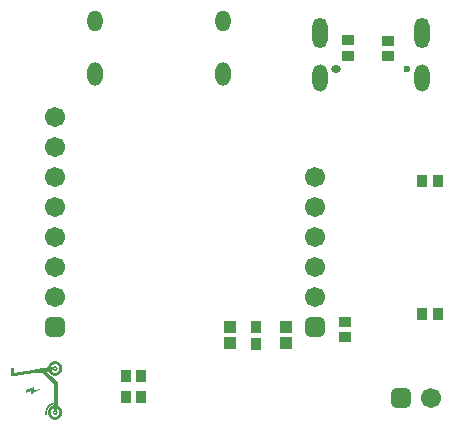
<source format=gbs>
G04*
G04 #@! TF.GenerationSoftware,Altium Limited,Altium Designer,25.2.1 (25)*
G04*
G04 Layer_Color=16711935*
%FSLAX25Y25*%
%MOIN*%
G70*
G04*
G04 #@! TF.SameCoordinates,AD5E336D-F693-4BD2-921A-DB4C2101B080*
G04*
G04*
G04 #@! TF.FilePolarity,Negative*
G04*
G01*
G75*
%ADD28R,0.03812X0.03963*%
%ADD48R,0.04337X0.03943*%
%ADD54R,0.04140X0.03747*%
%ADD55R,0.03747X0.04140*%
%ADD60C,0.06699*%
G04:AMPARAMS|DCode=61|XSize=66.99mil|YSize=66.99mil|CornerRadius=17.75mil|HoleSize=0mil|Usage=FLASHONLY|Rotation=0.000|XOffset=0mil|YOffset=0mil|HoleType=Round|Shape=RoundedRectangle|*
%AMROUNDEDRECTD61*
21,1,0.06699,0.03150,0,0,0.0*
21,1,0.03150,0.06699,0,0,0.0*
1,1,0.03550,0.01575,-0.01575*
1,1,0.03550,-0.01575,-0.01575*
1,1,0.03550,-0.01575,0.01575*
1,1,0.03550,0.01575,0.01575*
%
%ADD61ROUNDEDRECTD61*%
%ADD62O,0.05124X0.07880*%
%ADD63O,0.05124X0.07093*%
G04:AMPARAMS|DCode=64|XSize=66.99mil|YSize=66.99mil|CornerRadius=17.75mil|HoleSize=0mil|Usage=FLASHONLY|Rotation=90.000|XOffset=0mil|YOffset=0mil|HoleType=Round|Shape=RoundedRectangle|*
%AMROUNDEDRECTD64*
21,1,0.06699,0.03150,0,0,90.0*
21,1,0.03150,0.06699,0,0,90.0*
1,1,0.03550,0.01575,0.01575*
1,1,0.03550,0.01575,-0.01575*
1,1,0.03550,-0.01575,-0.01575*
1,1,0.03550,-0.01575,0.01575*
%
%ADD64ROUNDEDRECTD64*%
G04:AMPARAMS|DCode=65|XSize=33.47mil|YSize=23.62mil|CornerRadius=11.81mil|HoleSize=0mil|Usage=FLASHONLY|Rotation=180.000|XOffset=0mil|YOffset=0mil|HoleType=Round|Shape=RoundedRectangle|*
%AMROUNDEDRECTD65*
21,1,0.03347,0.00000,0,0,180.0*
21,1,0.00984,0.02362,0,0,180.0*
1,1,0.02362,-0.00492,0.00000*
1,1,0.02362,0.00492,0.00000*
1,1,0.02362,0.00492,0.00000*
1,1,0.02362,-0.00492,0.00000*
%
%ADD65ROUNDEDRECTD65*%
%ADD66C,0.02362*%
G04:AMPARAMS|DCode=67|XSize=51.18mil|YSize=102.36mil|CornerRadius=25.59mil|HoleSize=0mil|Usage=FLASHONLY|Rotation=180.000|XOffset=0mil|YOffset=0mil|HoleType=Round|Shape=RoundedRectangle|*
%AMROUNDEDRECTD67*
21,1,0.05118,0.05118,0,0,180.0*
21,1,0.00000,0.10236,0,0,180.0*
1,1,0.05118,0.00000,0.02559*
1,1,0.05118,0.00000,0.02559*
1,1,0.05118,0.00000,-0.02559*
1,1,0.05118,0.00000,-0.02559*
%
%ADD67ROUNDEDRECTD67*%
G04:AMPARAMS|DCode=68|XSize=51.18mil|YSize=90.55mil|CornerRadius=25.59mil|HoleSize=0mil|Usage=FLASHONLY|Rotation=180.000|XOffset=0mil|YOffset=0mil|HoleType=Round|Shape=RoundedRectangle|*
%AMROUNDEDRECTD68*
21,1,0.05118,0.03937,0,0,180.0*
21,1,0.00000,0.09055,0,0,180.0*
1,1,0.05118,0.00000,0.01968*
1,1,0.05118,0.00000,0.01968*
1,1,0.05118,0.00000,-0.01968*
1,1,0.05118,0.00000,-0.01968*
%
%ADD68ROUNDEDRECTD68*%
G36*
X67124Y24419D02*
X67286D01*
Y24396D01*
X67403D01*
Y24373D01*
X67472D01*
Y24349D01*
X67565D01*
Y24326D01*
X67635D01*
Y24303D01*
X67705D01*
Y24280D01*
X67751D01*
Y24256D01*
X67821D01*
Y24233D01*
X67867D01*
Y24210D01*
X67914D01*
Y24187D01*
X67960D01*
Y24163D01*
X68007D01*
Y24140D01*
X68053D01*
Y24117D01*
X68076D01*
Y24094D01*
X68123D01*
Y24071D01*
X68169D01*
Y24047D01*
X68192D01*
Y24024D01*
X68239D01*
Y24001D01*
X68262D01*
Y23978D01*
X68285D01*
Y23955D01*
X68332D01*
Y23931D01*
X68355D01*
Y23908D01*
X68378D01*
Y23885D01*
X68401D01*
Y23862D01*
X68448D01*
Y23838D01*
X68471D01*
Y23815D01*
X68494D01*
Y23792D01*
X68518D01*
Y23769D01*
X68541D01*
Y23745D01*
X68564D01*
Y23722D01*
X68587D01*
Y23699D01*
X68611D01*
Y23676D01*
X68634D01*
Y23629D01*
X68680D01*
Y23583D01*
X68703D01*
Y23560D01*
X68727D01*
Y23536D01*
X68750D01*
Y23513D01*
X68773D01*
Y23467D01*
X68796D01*
Y23444D01*
X68819D01*
Y23420D01*
X68843D01*
Y23374D01*
X68866D01*
Y23327D01*
X68889D01*
Y23304D01*
X68913D01*
Y23258D01*
X68936D01*
Y23234D01*
X68959D01*
Y23165D01*
X68982D01*
Y23142D01*
X69005D01*
Y23095D01*
X69029D01*
Y23049D01*
X69052D01*
Y22979D01*
X69075D01*
Y22932D01*
X69098D01*
Y22863D01*
X69121D01*
Y22793D01*
X69145D01*
Y22723D01*
X69168D01*
Y22654D01*
X69191D01*
Y22538D01*
X69214D01*
Y22445D01*
X69238D01*
Y22189D01*
X69261D01*
Y21911D01*
X69238D01*
Y21632D01*
X69214D01*
Y21539D01*
X69191D01*
Y21446D01*
X69168D01*
Y21353D01*
X69145D01*
Y21283D01*
X69121D01*
Y21214D01*
X69098D01*
Y21144D01*
X69075D01*
Y21098D01*
X69052D01*
Y21051D01*
X69029D01*
Y21005D01*
X69005D01*
Y20935D01*
X68982D01*
Y20912D01*
X68959D01*
Y20865D01*
X68936D01*
Y20819D01*
X68913D01*
Y20772D01*
X68889D01*
Y20749D01*
X68866D01*
Y20703D01*
X68843D01*
Y20679D01*
X68819D01*
Y20633D01*
X68796D01*
Y20610D01*
X68773D01*
Y20586D01*
X68750D01*
Y20540D01*
X68727D01*
Y20517D01*
X68703D01*
Y20494D01*
X68680D01*
Y20470D01*
X68657D01*
Y20447D01*
X68634D01*
Y20401D01*
X68611D01*
Y20378D01*
X68587D01*
Y20354D01*
X68564D01*
Y20331D01*
X68541D01*
Y20308D01*
X68518D01*
Y20285D01*
X68471D01*
Y20261D01*
X68448D01*
Y20238D01*
X68425D01*
Y20215D01*
X68401D01*
Y20192D01*
X68378D01*
Y20168D01*
X68355D01*
Y20145D01*
X68332D01*
Y20122D01*
X68285D01*
Y20099D01*
X68262D01*
Y20076D01*
X68216D01*
Y20052D01*
X68192D01*
Y20029D01*
X68169D01*
Y20006D01*
X68123D01*
Y19983D01*
X68076D01*
Y19959D01*
X68030D01*
Y19936D01*
X68007D01*
Y19913D01*
X67960D01*
Y19890D01*
X67914D01*
Y19866D01*
X67867D01*
Y19843D01*
X67798D01*
Y19820D01*
X67751D01*
Y19797D01*
X67681D01*
Y19774D01*
X67635D01*
Y19750D01*
X67565D01*
Y19727D01*
X67472D01*
Y19704D01*
X67403D01*
Y19681D01*
X67240D01*
Y19658D01*
X67124D01*
Y19634D01*
X66590D01*
Y19658D01*
X66450D01*
Y19681D01*
X66311D01*
Y19704D01*
X66241D01*
Y19727D01*
X66125D01*
Y19750D01*
X66079D01*
Y19774D01*
X66009D01*
Y19797D01*
X65939D01*
Y19820D01*
X65893D01*
Y19843D01*
X65823D01*
Y19866D01*
X65800D01*
Y19890D01*
X65754D01*
Y19913D01*
X65707D01*
Y19936D01*
X65661D01*
Y19959D01*
X65614D01*
Y19983D01*
X65591D01*
Y20006D01*
X65544D01*
Y20029D01*
X65498D01*
Y20052D01*
X65475D01*
Y20076D01*
X65452D01*
Y20099D01*
X65405D01*
Y20122D01*
X65382D01*
Y20145D01*
X65359D01*
Y20168D01*
X65312D01*
Y20192D01*
X65289D01*
Y20215D01*
X65266D01*
Y20238D01*
X65243D01*
Y20261D01*
X65219D01*
Y20285D01*
X65196D01*
Y20308D01*
X65173D01*
Y20331D01*
X65150D01*
Y20354D01*
X65126D01*
Y20378D01*
X65103D01*
Y20401D01*
X65080D01*
Y20424D01*
X65057D01*
Y20447D01*
X65034D01*
Y20470D01*
X65010D01*
Y20494D01*
X64987D01*
Y20517D01*
X64964D01*
Y20563D01*
X64941D01*
Y20586D01*
X64917D01*
Y20610D01*
X64894D01*
Y20656D01*
X64871D01*
Y20679D01*
X64848D01*
Y20726D01*
X64824D01*
Y20749D01*
X64801D01*
Y20796D01*
X64778D01*
Y20842D01*
X64755D01*
Y20865D01*
X64732D01*
Y20912D01*
X64708D01*
Y20958D01*
X64476D01*
Y20935D01*
X64337D01*
Y20912D01*
X64151D01*
Y20842D01*
X64174D01*
Y20819D01*
X64197D01*
Y20796D01*
X64221D01*
Y20772D01*
X64244D01*
Y20749D01*
X64267D01*
Y20726D01*
X64290D01*
Y20703D01*
X64314D01*
Y20679D01*
X64337D01*
Y20656D01*
X64360D01*
Y20633D01*
X64383D01*
Y20610D01*
X64406D01*
Y20586D01*
X64430D01*
Y20563D01*
X64453D01*
Y20540D01*
X64476D01*
Y20517D01*
X64522D01*
Y20494D01*
X64546D01*
Y20470D01*
X64569D01*
Y20447D01*
X64592D01*
Y20424D01*
X64615D01*
Y20401D01*
X64639D01*
Y20378D01*
X64662D01*
Y20354D01*
X64685D01*
Y20331D01*
X64708D01*
Y20308D01*
X64732D01*
Y20285D01*
X64755D01*
Y20261D01*
X64778D01*
Y20238D01*
X64801D01*
Y20215D01*
X64824D01*
Y20192D01*
X64848D01*
Y20168D01*
X64871D01*
Y20145D01*
X64894D01*
Y20122D01*
X64917D01*
Y20099D01*
X64941D01*
Y20076D01*
X64964D01*
Y20052D01*
X64987D01*
Y20029D01*
X65010D01*
Y20006D01*
X65034D01*
Y19983D01*
X65057D01*
Y19959D01*
X65080D01*
Y19936D01*
X65103D01*
Y19913D01*
X65126D01*
Y19890D01*
X65150D01*
Y19866D01*
X65173D01*
Y19843D01*
X65219D01*
Y19797D01*
X65266D01*
Y19774D01*
X65289D01*
Y19750D01*
X65312D01*
Y19727D01*
X65336D01*
Y19704D01*
X65359D01*
Y19681D01*
X65382D01*
Y19658D01*
X65405D01*
Y19634D01*
X65428D01*
Y19611D01*
X65452D01*
Y19588D01*
X65475D01*
Y19565D01*
X65498D01*
Y19541D01*
X65521D01*
Y19518D01*
X65544D01*
Y19495D01*
X65568D01*
Y19472D01*
X65591D01*
Y19448D01*
X65614D01*
Y19425D01*
X65637D01*
Y19402D01*
X65661D01*
Y19379D01*
X65684D01*
Y19355D01*
X65707D01*
Y19332D01*
X65730D01*
Y19309D01*
X65754D01*
Y19286D01*
X65777D01*
Y19263D01*
X65800D01*
Y19239D01*
X65823D01*
Y19216D01*
X65847D01*
Y19193D01*
X65870D01*
Y19170D01*
X65916D01*
Y19147D01*
X65939D01*
Y19123D01*
X65963D01*
Y19100D01*
X65986D01*
Y19077D01*
X66009D01*
Y19054D01*
X66032D01*
Y19030D01*
X66056D01*
Y19007D01*
X66079D01*
Y18984D01*
X66102D01*
Y18961D01*
X66125D01*
Y18937D01*
X66148D01*
Y18914D01*
X66172D01*
Y18891D01*
X66195D01*
Y18868D01*
X66218D01*
Y18845D01*
X66241D01*
Y18821D01*
X66264D01*
Y18798D01*
X66288D01*
Y18775D01*
X66311D01*
Y18752D01*
X66334D01*
Y18728D01*
X66357D01*
Y18705D01*
X66381D01*
Y18682D01*
X66404D01*
Y18659D01*
X66427D01*
Y18635D01*
X66450D01*
Y18612D01*
X66474D01*
Y18589D01*
X66497D01*
Y18566D01*
X66543D01*
Y18542D01*
X66566D01*
Y18519D01*
X66590D01*
Y18496D01*
X66613D01*
Y18473D01*
X66636D01*
Y18450D01*
X66659D01*
Y18426D01*
X66683D01*
Y18403D01*
X66706D01*
Y18380D01*
X66729D01*
Y18357D01*
X66752D01*
Y18334D01*
X66776D01*
Y18310D01*
X66799D01*
Y18287D01*
X66822D01*
Y18264D01*
X66845D01*
Y18241D01*
X66869D01*
Y18217D01*
X66892D01*
Y18194D01*
X66915D01*
Y18171D01*
X66938D01*
Y18148D01*
X66961D01*
Y18124D01*
X66985D01*
Y18101D01*
X67008D01*
Y18078D01*
X67031D01*
Y18055D01*
X67054D01*
Y18032D01*
X67077D01*
Y18008D01*
X67101D01*
Y17985D01*
X67124D01*
Y17962D01*
X67147D01*
Y17939D01*
X67170D01*
Y17915D01*
X67194D01*
Y17892D01*
X67240D01*
Y17846D01*
X67286D01*
Y17822D01*
X67310D01*
Y17799D01*
X67333D01*
Y17776D01*
X67356D01*
Y17753D01*
X67379D01*
Y17730D01*
X67403D01*
Y17706D01*
X67426D01*
Y17660D01*
X67449D01*
Y17637D01*
X67472D01*
Y17614D01*
X67496D01*
Y17590D01*
X67519D01*
Y17567D01*
X67542D01*
Y17544D01*
X67565D01*
Y17521D01*
X67589D01*
Y17497D01*
X67612D01*
Y17474D01*
X67635D01*
Y17451D01*
X67658D01*
Y17404D01*
X67681D01*
Y17381D01*
X67705D01*
Y17358D01*
X67728D01*
Y17312D01*
X67751D01*
Y17265D01*
X67774D01*
Y17219D01*
X67798D01*
Y17172D01*
X67821D01*
Y17126D01*
X67844D01*
Y17033D01*
X67867D01*
Y16986D01*
X67891D01*
Y16847D01*
X67914D01*
Y9646D01*
X67891D01*
Y9577D01*
X67914D01*
Y9554D01*
X67937D01*
Y9530D01*
X67983D01*
Y9507D01*
X68030D01*
Y9484D01*
X68076D01*
Y9461D01*
X68099D01*
Y9437D01*
X68146D01*
Y9414D01*
X68169D01*
Y9391D01*
X68216D01*
Y9368D01*
X68239D01*
Y9345D01*
X68285D01*
Y9321D01*
X68309D01*
Y9298D01*
X68332D01*
Y9275D01*
X68355D01*
Y9252D01*
X68401D01*
Y9228D01*
X68425D01*
Y9205D01*
X68448D01*
Y9182D01*
X68471D01*
Y9159D01*
X68494D01*
Y9136D01*
X68518D01*
Y9112D01*
X68541D01*
Y9089D01*
X68564D01*
Y9066D01*
X68587D01*
Y9043D01*
X68611D01*
Y9019D01*
X68634D01*
Y8996D01*
X68657D01*
Y8973D01*
X68680D01*
Y8950D01*
X68703D01*
Y8926D01*
X68727D01*
Y8880D01*
X68750D01*
Y8857D01*
X68773D01*
Y8834D01*
X68796D01*
Y8787D01*
X68819D01*
Y8764D01*
X68843D01*
Y8717D01*
X68866D01*
Y8694D01*
X68889D01*
Y8648D01*
X68913D01*
Y8625D01*
X68936D01*
Y8578D01*
X68959D01*
Y8532D01*
X68982D01*
Y8485D01*
X69005D01*
Y8439D01*
X69029D01*
Y8392D01*
X69052D01*
Y8346D01*
X69075D01*
Y8276D01*
X69098D01*
Y8230D01*
X69121D01*
Y8160D01*
X69145D01*
Y8090D01*
X69168D01*
Y7997D01*
X69191D01*
Y7904D01*
X69214D01*
Y7788D01*
X69238D01*
Y7533D01*
X69261D01*
Y7231D01*
X69238D01*
Y6999D01*
X69214D01*
Y6882D01*
X69191D01*
Y6790D01*
X69168D01*
Y6697D01*
X69145D01*
Y6650D01*
X69121D01*
Y6557D01*
X69098D01*
Y6511D01*
X69075D01*
Y6441D01*
X69052D01*
Y6395D01*
X69029D01*
Y6348D01*
X69005D01*
Y6302D01*
X68982D01*
Y6255D01*
X68959D01*
Y6209D01*
X68936D01*
Y6186D01*
X68913D01*
Y6139D01*
X68889D01*
Y6093D01*
X68866D01*
Y6070D01*
X68843D01*
Y6023D01*
X68819D01*
Y6000D01*
X68796D01*
Y5953D01*
X68773D01*
Y5930D01*
X68750D01*
Y5907D01*
X68727D01*
Y5861D01*
X68703D01*
Y5837D01*
X68680D01*
Y5814D01*
X68657D01*
Y5791D01*
X68634D01*
Y5768D01*
X68611D01*
Y5744D01*
X68587D01*
Y5721D01*
X68564D01*
Y5698D01*
X68541D01*
Y5675D01*
X68518D01*
Y5652D01*
X68494D01*
Y5628D01*
X68471D01*
Y5605D01*
X68448D01*
Y5582D01*
X68425D01*
Y5559D01*
X68401D01*
Y5535D01*
X68355D01*
Y5512D01*
X68332D01*
Y5489D01*
X68309D01*
Y5466D01*
X68262D01*
Y5442D01*
X68239D01*
Y5419D01*
X68216D01*
Y5396D01*
X68169D01*
Y5373D01*
X68146D01*
Y5350D01*
X68099D01*
Y5326D01*
X68076D01*
Y5303D01*
X68007D01*
Y5280D01*
X67983D01*
Y5257D01*
X67937D01*
Y5233D01*
X67891D01*
Y5210D01*
X67844D01*
Y5187D01*
X67774D01*
Y5164D01*
X67728D01*
Y5141D01*
X67658D01*
Y5117D01*
X67612D01*
Y5094D01*
X67519D01*
Y5071D01*
X67426D01*
Y5048D01*
X67333D01*
Y5024D01*
X67170D01*
Y5001D01*
X66985D01*
Y4978D01*
X66706D01*
Y5001D01*
X66520D01*
Y5024D01*
X66357D01*
Y5048D01*
X66264D01*
Y5071D01*
X66172D01*
Y5094D01*
X66102D01*
Y5117D01*
X66032D01*
Y5141D01*
X65963D01*
Y5164D01*
X65916D01*
Y5187D01*
X65870D01*
Y5210D01*
X65823D01*
Y5233D01*
X65777D01*
Y5257D01*
X65707D01*
Y5280D01*
X65684D01*
Y5303D01*
X65637D01*
Y5326D01*
X65591D01*
Y5350D01*
X65568D01*
Y5373D01*
X65521D01*
Y5396D01*
X65498D01*
Y5419D01*
X65452D01*
Y5442D01*
X65428D01*
Y5466D01*
X65382D01*
Y5489D01*
X65359D01*
Y5512D01*
X65336D01*
Y5535D01*
X65312D01*
Y5559D01*
X65289D01*
Y5582D01*
X65243D01*
Y5605D01*
X65219D01*
Y5628D01*
X65196D01*
Y5652D01*
X65173D01*
Y5675D01*
X65150D01*
Y5698D01*
X65126D01*
Y5721D01*
X65103D01*
Y5744D01*
X65080D01*
Y5768D01*
X65057D01*
Y5814D01*
X65034D01*
Y5837D01*
X65010D01*
Y5861D01*
X64987D01*
Y5884D01*
X64964D01*
Y5907D01*
X64941D01*
Y5953D01*
X64917D01*
Y5977D01*
X64894D01*
Y6000D01*
X64871D01*
Y6046D01*
X64848D01*
Y6070D01*
X64824D01*
Y6116D01*
X64801D01*
Y6139D01*
X64778D01*
Y6186D01*
X64755D01*
Y6232D01*
X64732D01*
Y6279D01*
X64708D01*
Y6325D01*
X64685D01*
Y6372D01*
X64662D01*
Y6418D01*
X64639D01*
Y6464D01*
X64615D01*
Y6534D01*
X64592D01*
Y6581D01*
X64569D01*
Y6650D01*
X64546D01*
Y6743D01*
X64522D01*
Y6813D01*
X64499D01*
Y6952D01*
X64476D01*
Y7068D01*
X64453D01*
Y7742D01*
X64476D01*
Y7835D01*
X64499D01*
Y7974D01*
X64522D01*
Y8044D01*
X64546D01*
Y8137D01*
X64569D01*
Y8207D01*
X64592D01*
Y8253D01*
X64615D01*
Y8323D01*
X64639D01*
Y8369D01*
X64662D01*
Y8416D01*
X64685D01*
Y8462D01*
X64708D01*
Y8508D01*
X64732D01*
Y8555D01*
X64755D01*
Y8601D01*
X64778D01*
Y8648D01*
X64801D01*
Y8671D01*
X64824D01*
Y8717D01*
X64848D01*
Y8741D01*
X64871D01*
Y8787D01*
X64894D01*
Y8810D01*
X64917D01*
Y8834D01*
X64941D01*
Y8880D01*
X64964D01*
Y8903D01*
X64987D01*
Y8926D01*
X65010D01*
Y8973D01*
X65034D01*
Y8996D01*
X65057D01*
Y9019D01*
X65080D01*
Y9043D01*
X65103D01*
Y9066D01*
X65126D01*
Y9089D01*
X65150D01*
Y9112D01*
X65173D01*
Y9136D01*
X65196D01*
Y9159D01*
X65219D01*
Y9182D01*
X65243D01*
Y9205D01*
X65289D01*
Y9228D01*
X65312D01*
Y9252D01*
X65336D01*
Y9275D01*
X65359D01*
Y9298D01*
X65382D01*
Y9321D01*
X65428D01*
Y9345D01*
X65452D01*
Y9368D01*
X65498D01*
Y9391D01*
X65521D01*
Y9414D01*
X65568D01*
Y9437D01*
X65591D01*
Y9461D01*
X65637D01*
Y9484D01*
X65684D01*
Y9507D01*
X65707D01*
Y9530D01*
X65754D01*
Y9554D01*
X65800D01*
Y9577D01*
X65847D01*
Y9600D01*
X65916D01*
Y9623D01*
X65963D01*
Y9646D01*
X66032D01*
Y9670D01*
X66102D01*
Y9693D01*
X66172D01*
Y9716D01*
X66241D01*
Y9739D01*
X66311D01*
Y9763D01*
X66334D01*
Y10065D01*
X66311D01*
Y10088D01*
X66241D01*
Y10065D01*
X66172D01*
Y10041D01*
X66079D01*
Y10018D01*
X66032D01*
Y9995D01*
X65963D01*
Y9972D01*
X65893D01*
Y9949D01*
X65847D01*
Y9925D01*
X65800D01*
Y9902D01*
X65754D01*
Y9879D01*
X65707D01*
Y9856D01*
X65661D01*
Y9832D01*
X65614D01*
Y9809D01*
X65568D01*
Y9786D01*
X65544D01*
Y9763D01*
X65498D01*
Y9739D01*
X65475D01*
Y9716D01*
X65428D01*
Y9693D01*
X65382D01*
Y9670D01*
X65359D01*
Y9646D01*
X65336D01*
Y9623D01*
X65289D01*
Y9600D01*
X65266D01*
Y9577D01*
X65243D01*
Y9554D01*
X65196D01*
Y9530D01*
X65173D01*
Y9507D01*
X65150D01*
Y9484D01*
X65126D01*
Y9461D01*
X65103D01*
Y9437D01*
X65057D01*
Y9414D01*
X65034D01*
Y9391D01*
X65010D01*
Y9368D01*
X64987D01*
Y9345D01*
X64964D01*
Y9321D01*
X64941D01*
Y9298D01*
X64917D01*
Y9275D01*
X64894D01*
Y9252D01*
X64871D01*
Y9228D01*
X64848D01*
Y9205D01*
X64824D01*
Y9159D01*
X64801D01*
Y9136D01*
X64778D01*
Y9112D01*
X64755D01*
Y9089D01*
X64732D01*
Y9043D01*
X64708D01*
Y9019D01*
X64685D01*
Y8996D01*
X64662D01*
Y8950D01*
X64639D01*
Y8926D01*
X64615D01*
Y8880D01*
X64592D01*
Y8857D01*
X64569D01*
Y8810D01*
X64546D01*
Y8787D01*
X64522D01*
Y8741D01*
X64499D01*
Y8694D01*
X64476D01*
Y8671D01*
X64453D01*
Y8625D01*
X64430D01*
Y8578D01*
X64406D01*
Y8532D01*
X64383D01*
Y8462D01*
X64360D01*
Y8416D01*
X64337D01*
Y8369D01*
X64314D01*
Y8323D01*
X64290D01*
Y8253D01*
X64267D01*
Y8183D01*
X64244D01*
Y8113D01*
X64221D01*
Y8021D01*
X64197D01*
Y7928D01*
X64174D01*
Y7835D01*
X64151D01*
Y7672D01*
X64128D01*
Y7486D01*
X64104D01*
Y7045D01*
X64128D01*
Y6906D01*
X64151D01*
Y6604D01*
X64128D01*
Y6581D01*
X64104D01*
Y6534D01*
X64081D01*
Y6511D01*
X64058D01*
Y6488D01*
X64012D01*
Y6464D01*
X63942D01*
Y6441D01*
X63849D01*
Y6464D01*
X63779D01*
Y6488D01*
X63733D01*
Y6511D01*
X63710D01*
Y6534D01*
X63686D01*
Y6557D01*
X63663D01*
Y6604D01*
X63640D01*
Y6650D01*
X63617D01*
Y6836D01*
X63593D01*
Y7022D01*
X63570D01*
Y7533D01*
X63593D01*
Y7719D01*
X63617D01*
Y7904D01*
X63640D01*
Y7997D01*
X63663D01*
Y8113D01*
X63686D01*
Y8207D01*
X63710D01*
Y8276D01*
X63733D01*
Y8369D01*
X63756D01*
Y8416D01*
X63779D01*
Y8485D01*
X63802D01*
Y8555D01*
X63826D01*
Y8601D01*
X63849D01*
Y8671D01*
X63872D01*
Y8717D01*
X63895D01*
Y8764D01*
X63919D01*
Y8810D01*
X63942D01*
Y8857D01*
X63965D01*
Y8903D01*
X63988D01*
Y8950D01*
X64012D01*
Y8996D01*
X64035D01*
Y9019D01*
X64058D01*
Y9066D01*
X64081D01*
Y9089D01*
X64104D01*
Y9136D01*
X64128D01*
Y9182D01*
X64151D01*
Y9205D01*
X64174D01*
Y9252D01*
X64197D01*
Y9275D01*
X64221D01*
Y9298D01*
X64244D01*
Y9345D01*
X64267D01*
Y9368D01*
X64290D01*
Y9414D01*
X64314D01*
Y9437D01*
X64337D01*
Y9461D01*
X64360D01*
Y9484D01*
X64383D01*
Y9507D01*
X64406D01*
Y9554D01*
X64430D01*
Y9577D01*
X64453D01*
Y9600D01*
X64476D01*
Y9623D01*
X64499D01*
Y9646D01*
X64522D01*
Y9670D01*
X64546D01*
Y9693D01*
X64569D01*
Y9716D01*
X64592D01*
Y9739D01*
X64615D01*
Y9763D01*
X64639D01*
Y9786D01*
X64662D01*
Y9809D01*
X64685D01*
Y9832D01*
X64708D01*
Y9856D01*
X64732D01*
Y9879D01*
X64778D01*
Y9902D01*
X64801D01*
Y9925D01*
X64824D01*
Y9949D01*
X64848D01*
Y9972D01*
X64894D01*
Y9995D01*
X64917D01*
Y10018D01*
X64941D01*
Y10041D01*
X64987D01*
Y10065D01*
X65010D01*
Y10088D01*
X65034D01*
Y10111D01*
X65080D01*
Y10134D01*
X65103D01*
Y10158D01*
X65150D01*
Y10181D01*
X65173D01*
Y10204D01*
X65219D01*
Y10227D01*
X65243D01*
Y10250D01*
X65289D01*
Y10274D01*
X65336D01*
Y10297D01*
X65382D01*
Y10320D01*
X65428D01*
Y10343D01*
X65475D01*
Y10367D01*
X65521D01*
Y10390D01*
X65568D01*
Y10413D01*
X65614D01*
Y10436D01*
X65661D01*
Y10459D01*
X65730D01*
Y10483D01*
X65800D01*
Y10506D01*
X65847D01*
Y10529D01*
X65916D01*
Y10552D01*
X65986D01*
Y10576D01*
X66079D01*
Y10599D01*
X66148D01*
Y10622D01*
X66241D01*
Y10645D01*
X66311D01*
Y10668D01*
X66334D01*
Y17033D01*
X66311D01*
Y17056D01*
X66288D01*
Y17079D01*
X66264D01*
Y17102D01*
X66241D01*
Y17126D01*
X66218D01*
Y17149D01*
X66195D01*
Y17172D01*
X66172D01*
Y17195D01*
X66148D01*
Y17219D01*
X66125D01*
Y17242D01*
X66102D01*
Y17265D01*
X66079D01*
Y17288D01*
X66056D01*
Y17312D01*
X66032D01*
Y17335D01*
X66009D01*
Y17358D01*
X65986D01*
Y17381D01*
X65963D01*
Y17404D01*
X65939D01*
Y17428D01*
X65916D01*
Y17451D01*
X65893D01*
Y17474D01*
X65870D01*
Y17497D01*
X65847D01*
Y17521D01*
X65823D01*
Y17544D01*
X65800D01*
Y17567D01*
X65777D01*
Y17590D01*
X65754D01*
Y17614D01*
X65730D01*
Y17637D01*
X65707D01*
Y17660D01*
X65684D01*
Y17683D01*
X65661D01*
Y17706D01*
X65637D01*
Y17730D01*
X65614D01*
Y17753D01*
X65591D01*
Y17776D01*
X65568D01*
Y17799D01*
X65544D01*
Y17822D01*
X65521D01*
Y17846D01*
X65498D01*
Y17869D01*
X65475D01*
Y17892D01*
X65452D01*
Y17915D01*
X65428D01*
Y17939D01*
X65405D01*
Y17962D01*
X65382D01*
Y17985D01*
X65359D01*
Y18008D01*
X65336D01*
Y18032D01*
X65312D01*
Y18055D01*
X65289D01*
Y18078D01*
X65266D01*
Y18101D01*
X65243D01*
Y18124D01*
X65219D01*
Y18148D01*
X65196D01*
Y18171D01*
X65173D01*
Y18194D01*
X65150D01*
Y18217D01*
X65126D01*
Y18241D01*
X65103D01*
Y18264D01*
X65080D01*
Y18287D01*
X65057D01*
Y18310D01*
X65034D01*
Y18334D01*
X65010D01*
Y18357D01*
X64987D01*
Y18380D01*
X64964D01*
Y18403D01*
X64941D01*
Y18450D01*
X64894D01*
Y18496D01*
X64871D01*
Y18519D01*
X64848D01*
Y18542D01*
X64824D01*
Y18566D01*
X64778D01*
Y18612D01*
X64732D01*
Y18659D01*
X64708D01*
Y18682D01*
X64662D01*
Y18728D01*
X64615D01*
Y18775D01*
X64592D01*
Y18798D01*
X64569D01*
Y18821D01*
X64546D01*
Y18845D01*
X64499D01*
Y18891D01*
X64453D01*
Y18937D01*
X64430D01*
Y18961D01*
X64383D01*
Y19007D01*
X64337D01*
Y19054D01*
X64314D01*
Y19077D01*
X64290D01*
Y19100D01*
X64267D01*
Y19123D01*
X64221D01*
Y19170D01*
X64174D01*
Y19216D01*
X64151D01*
Y19239D01*
X64104D01*
Y19286D01*
X64058D01*
Y19332D01*
X64012D01*
Y19379D01*
X63988D01*
Y19402D01*
X63942D01*
Y19448D01*
X63895D01*
Y19495D01*
X63872D01*
Y19518D01*
X63849D01*
Y19541D01*
X63826D01*
Y19565D01*
X63779D01*
Y19611D01*
X63756D01*
Y19634D01*
X63733D01*
Y19658D01*
X63710D01*
Y19681D01*
X63663D01*
Y19727D01*
X63617D01*
Y19774D01*
X63593D01*
Y19797D01*
X63547D01*
Y19843D01*
X63500D01*
Y19890D01*
X63477D01*
Y19913D01*
X63454D01*
Y19936D01*
X63431D01*
Y19959D01*
X63384D01*
Y20006D01*
X63361D01*
Y20029D01*
X63338D01*
Y20052D01*
X63315D01*
Y20076D01*
X63292D01*
Y20099D01*
X63268D01*
Y20122D01*
X63222D01*
Y20168D01*
X63199D01*
Y20192D01*
X63175D01*
Y20215D01*
X63152D01*
Y20238D01*
X63106D01*
Y20285D01*
X63059D01*
Y20331D01*
X63036D01*
Y20354D01*
X62989D01*
Y20401D01*
X62943D01*
Y20447D01*
X62920D01*
Y20470D01*
X62897D01*
Y20494D01*
X62873D01*
Y20517D01*
X62827D01*
Y20563D01*
X62780D01*
Y20610D01*
X62757D01*
Y20633D01*
X62711D01*
Y20679D01*
X62455D01*
Y20656D01*
X62316D01*
Y20633D01*
X62130D01*
Y20610D01*
X61967D01*
Y20586D01*
X61828D01*
Y20563D01*
X61642D01*
Y20540D01*
X61503D01*
Y20517D01*
X61317D01*
Y20494D01*
X61178D01*
Y20470D01*
X61015D01*
Y20447D01*
X60829D01*
Y20424D01*
X60574D01*
Y20447D01*
X60527D01*
Y20470D01*
X60504D01*
Y20494D01*
X60481D01*
Y20517D01*
X60458D01*
Y20540D01*
X60435D01*
Y20563D01*
X60411D01*
Y20586D01*
X60202D01*
Y20563D01*
X60040D01*
Y20540D01*
X59900D01*
Y20517D01*
X59715D01*
Y20494D01*
X59575D01*
Y20470D01*
X59389D01*
Y20447D01*
X59227D01*
Y20424D01*
X59087D01*
Y20401D01*
X58878D01*
Y20378D01*
X58762D01*
Y20354D01*
X58576D01*
Y20331D01*
X58437D01*
Y20308D01*
X58251D01*
Y20285D01*
X58089D01*
Y20261D01*
X57926D01*
Y20238D01*
X57740D01*
Y20215D01*
X57601D01*
Y20192D01*
X57415D01*
Y20168D01*
X57276D01*
Y20145D01*
X57113D01*
Y20122D01*
X56927D01*
Y20099D01*
X56788D01*
Y20076D01*
X56602D01*
Y20052D01*
X56463D01*
Y20029D01*
X56300D01*
Y20006D01*
X56114D01*
Y19983D01*
X55975D01*
Y19959D01*
X55766D01*
Y19936D01*
X55650D01*
Y19913D01*
X55464D01*
Y19890D01*
X55325D01*
Y19866D01*
X55162D01*
Y19843D01*
X54976D01*
Y19820D01*
X54837D01*
Y19797D01*
X54628D01*
Y19774D01*
X54488D01*
Y19750D01*
X54326D01*
Y19727D01*
X54163D01*
Y19704D01*
X54024D01*
Y19681D01*
X53815D01*
Y19658D01*
X53675D01*
Y19634D01*
X53490D01*
Y19611D01*
X53350D01*
Y19588D01*
X53188D01*
Y19565D01*
X53118D01*
Y19541D01*
X52979D01*
Y19518D01*
X52816D01*
Y19495D01*
X52653D01*
Y19472D01*
X52491D01*
Y19495D01*
X52421D01*
Y19518D01*
X52351D01*
Y19541D01*
X52328D01*
Y19565D01*
X52282D01*
Y19588D01*
X52259D01*
Y19611D01*
X52235D01*
Y19634D01*
X52212D01*
Y19658D01*
X52189D01*
Y19704D01*
X52166D01*
Y19727D01*
X52142D01*
Y19797D01*
X52119D01*
Y19890D01*
X52096D01*
Y21725D01*
X52119D01*
Y21818D01*
X52142D01*
Y21911D01*
X52166D01*
Y21934D01*
X52189D01*
Y21980D01*
X52212D01*
Y22003D01*
X52235D01*
Y22027D01*
X52259D01*
Y22050D01*
X52282D01*
Y22073D01*
X52305D01*
Y22096D01*
X52328D01*
Y22119D01*
X52375D01*
Y22143D01*
X52398D01*
Y22166D01*
X52468D01*
Y22189D01*
X52561D01*
Y22212D01*
X52746D01*
Y22189D01*
X52839D01*
Y22166D01*
X52886D01*
Y22143D01*
X52932D01*
Y22119D01*
X52979D01*
Y22096D01*
X53002D01*
Y22073D01*
X53025D01*
Y22050D01*
X53048D01*
Y22027D01*
X53071D01*
Y22003D01*
X53095D01*
Y21957D01*
X53118D01*
Y21934D01*
X53141D01*
Y21887D01*
X53164D01*
Y21818D01*
X53188D01*
Y21469D01*
X53164D01*
Y21353D01*
X53141D01*
Y21191D01*
X53118D01*
Y21074D01*
X53095D01*
Y20935D01*
X53071D01*
Y20772D01*
X53048D01*
Y20679D01*
X53025D01*
Y20633D01*
X53048D01*
Y20610D01*
X53188D01*
Y20633D01*
X53350D01*
Y20656D01*
X53490D01*
Y20679D01*
X53675D01*
Y20703D01*
X53815D01*
Y20726D01*
X54001D01*
Y20749D01*
X54140D01*
Y20772D01*
X54326D01*
Y20796D01*
X54488D01*
Y20819D01*
X54651D01*
Y20842D01*
X54837D01*
Y20865D01*
X54953D01*
Y20888D01*
X55162D01*
Y20912D01*
X55301D01*
Y20935D01*
X55464D01*
Y20958D01*
X55626D01*
Y20981D01*
X55766D01*
Y21005D01*
X55975D01*
Y21028D01*
X56114D01*
Y21051D01*
X56277D01*
Y21074D01*
X56440D01*
Y21098D01*
X56602D01*
Y21121D01*
X56788D01*
Y21144D01*
X56927D01*
Y21167D01*
X57113D01*
Y21191D01*
X57276D01*
Y21214D01*
X57438D01*
Y21237D01*
X57601D01*
Y21260D01*
X57740D01*
Y21283D01*
X57926D01*
Y21307D01*
X58065D01*
Y21330D01*
X58251D01*
Y21353D01*
X58437D01*
Y21376D01*
X58553D01*
Y21399D01*
X58762D01*
Y21423D01*
X58878D01*
Y21446D01*
X59087D01*
Y21469D01*
X59227D01*
Y21492D01*
X59389D01*
Y21516D01*
X59575D01*
Y21539D01*
X59715D01*
Y21562D01*
X59900D01*
Y21585D01*
X60040D01*
Y21609D01*
X60225D01*
Y21632D01*
X60249D01*
Y21655D01*
X60272D01*
Y21701D01*
X60295D01*
Y21748D01*
X60318D01*
Y21771D01*
X60342D01*
Y21794D01*
X60365D01*
Y21818D01*
X60388D01*
Y21841D01*
X60411D01*
Y21864D01*
X60458D01*
Y21887D01*
X60574D01*
Y21911D01*
X60760D01*
Y21934D01*
X60899D01*
Y21957D01*
X61085D01*
Y21980D01*
X61224D01*
Y22003D01*
X61410D01*
Y22027D01*
X61573D01*
Y22050D01*
X61712D01*
Y22073D01*
X61898D01*
Y22096D01*
X62037D01*
Y22119D01*
X62246D01*
Y22143D01*
X62386D01*
Y22166D01*
X62548D01*
Y22189D01*
X62734D01*
Y22212D01*
X62873D01*
Y22236D01*
X63059D01*
Y22259D01*
X63199D01*
Y22282D01*
X63384D01*
Y22305D01*
X63547D01*
Y22329D01*
X63686D01*
Y22352D01*
X63895D01*
Y22375D01*
X64012D01*
Y22398D01*
X64221D01*
Y22422D01*
X64360D01*
Y22445D01*
X64453D01*
Y22468D01*
X64476D01*
Y22491D01*
X64499D01*
Y22607D01*
X64522D01*
Y22700D01*
X64546D01*
Y22770D01*
X64569D01*
Y22840D01*
X64592D01*
Y22909D01*
X64615D01*
Y22979D01*
X64639D01*
Y23002D01*
X64662D01*
Y23072D01*
X64685D01*
Y23118D01*
X64708D01*
Y23165D01*
X64732D01*
Y23211D01*
X64755D01*
Y23234D01*
X64778D01*
Y23281D01*
X64801D01*
Y23327D01*
X64824D01*
Y23351D01*
X64848D01*
Y23397D01*
X64871D01*
Y23420D01*
X64894D01*
Y23467D01*
X64917D01*
Y23490D01*
X64941D01*
Y23513D01*
X64964D01*
Y23560D01*
X64987D01*
Y23583D01*
X65010D01*
Y23606D01*
X65034D01*
Y23629D01*
X65057D01*
Y23652D01*
X65080D01*
Y23676D01*
X65103D01*
Y23699D01*
X65126D01*
Y23745D01*
X65173D01*
Y23769D01*
X65196D01*
Y23792D01*
X65219D01*
Y23815D01*
X65243D01*
Y23838D01*
X65266D01*
Y23862D01*
X65289D01*
Y23885D01*
X65312D01*
Y23908D01*
X65359D01*
Y23931D01*
X65382D01*
Y23955D01*
X65405D01*
Y23978D01*
X65452D01*
Y24001D01*
X65475D01*
Y24024D01*
X65498D01*
Y24047D01*
X65544D01*
Y24071D01*
X65568D01*
Y24094D01*
X65614D01*
Y24117D01*
X65661D01*
Y24140D01*
X65707D01*
Y24163D01*
X65730D01*
Y24187D01*
X65800D01*
Y24210D01*
X65823D01*
Y24233D01*
X65893D01*
Y24256D01*
X65939D01*
Y24280D01*
X65986D01*
Y24303D01*
X66056D01*
Y24326D01*
X66125D01*
Y24349D01*
X66218D01*
Y24373D01*
X66311D01*
Y24396D01*
X66404D01*
Y24419D01*
X66590D01*
Y24442D01*
X67124D01*
Y24419D01*
D02*
G37*
G36*
X59663Y15741D02*
X59680D01*
Y15657D01*
X59663D01*
Y15623D01*
X59680D01*
Y15606D01*
X59663D01*
Y14831D01*
X59646D01*
Y14747D01*
X59663D01*
Y14730D01*
X59764D01*
Y14747D01*
X59848D01*
Y14764D01*
X59915D01*
Y14781D01*
X59983D01*
Y14798D01*
X60084D01*
Y14815D01*
X60134D01*
Y14831D01*
X60219D01*
Y14848D01*
X60286D01*
Y14865D01*
X60353D01*
Y14882D01*
X60437D01*
Y14899D01*
X60505D01*
Y14916D01*
X60589D01*
Y14933D01*
X60640D01*
Y14949D01*
X60741D01*
Y14966D01*
X60808D01*
Y14983D01*
X60875D01*
Y15000D01*
X60960D01*
Y15017D01*
X61010D01*
Y15034D01*
X61111D01*
Y15051D01*
X61162D01*
Y15067D01*
X61229D01*
Y15084D01*
X61330D01*
Y15101D01*
X61380D01*
Y15118D01*
X61465D01*
Y15135D01*
X61532D01*
Y15152D01*
X61616D01*
Y15168D01*
X61684D01*
Y15185D01*
X61751D01*
Y15202D01*
X61852D01*
Y15219D01*
X61902D01*
Y15236D01*
X61987D01*
Y15252D01*
X62054D01*
Y15269D01*
X62105D01*
Y15286D01*
X62206D01*
Y15269D01*
X62189D01*
Y15252D01*
X62172D01*
Y15236D01*
X62121D01*
Y15219D01*
X62105D01*
Y15202D01*
X62071D01*
Y15185D01*
X62037D01*
Y15168D01*
X62003D01*
Y15152D01*
X61970D01*
Y15135D01*
X61936D01*
Y15118D01*
X61902D01*
Y15101D01*
X61886D01*
Y15084D01*
X61852D01*
Y15067D01*
X61818D01*
Y15051D01*
X61785D01*
Y15034D01*
X61751D01*
Y15017D01*
X61717D01*
Y15000D01*
X61684D01*
Y14983D01*
X61650D01*
Y14966D01*
X61633D01*
Y14949D01*
X61599D01*
Y14933D01*
X61566D01*
Y14916D01*
X61532D01*
Y14899D01*
X61498D01*
Y14882D01*
X61465D01*
Y14865D01*
X61448D01*
Y14848D01*
X61414D01*
Y14831D01*
X61380D01*
Y14815D01*
X61347D01*
Y14798D01*
X61313D01*
Y14781D01*
X61279D01*
Y14764D01*
X61263D01*
Y14747D01*
X61229D01*
Y14730D01*
X61195D01*
Y14714D01*
X61162D01*
Y14697D01*
X61128D01*
Y14680D01*
X61094D01*
Y14663D01*
X61061D01*
Y14646D01*
X61044D01*
Y14629D01*
X61010D01*
Y14613D01*
X60976D01*
Y14596D01*
X60943D01*
Y14579D01*
X60909D01*
Y14562D01*
X60875D01*
Y14545D01*
X60842D01*
Y14528D01*
X60825D01*
Y14512D01*
X60774D01*
Y14495D01*
X60757D01*
Y14478D01*
X60724D01*
Y14461D01*
X60690D01*
Y14444D01*
X60673D01*
Y14427D01*
X60623D01*
Y14411D01*
X60606D01*
Y14394D01*
X60572D01*
Y14377D01*
X60539D01*
Y14360D01*
X60505D01*
Y14343D01*
X60471D01*
Y14326D01*
X60437D01*
Y14310D01*
X60404D01*
Y14293D01*
X60387D01*
Y14276D01*
X60353D01*
Y14259D01*
X60320D01*
Y14242D01*
X60286D01*
Y14225D01*
X60252D01*
Y14209D01*
X60235D01*
Y14192D01*
X60185D01*
Y14175D01*
X60168D01*
Y14158D01*
X60134D01*
Y14141D01*
X60101D01*
Y14124D01*
X60084D01*
Y14107D01*
X60033D01*
Y14091D01*
X60016D01*
Y14074D01*
X59983D01*
Y14057D01*
X59949D01*
Y14040D01*
X59915D01*
Y14023D01*
X59882D01*
Y14006D01*
X59848D01*
Y13990D01*
X59814D01*
Y13973D01*
X59798D01*
Y13956D01*
X59764D01*
Y13939D01*
X59730D01*
Y13922D01*
X59697D01*
Y13905D01*
X59663D01*
Y13889D01*
X59629D01*
Y13872D01*
X59596D01*
Y13855D01*
X59579D01*
Y13838D01*
X59545D01*
Y13821D01*
X59511D01*
Y13804D01*
X59478D01*
Y13788D01*
X59444D01*
Y13771D01*
X59410D01*
Y13754D01*
X59393D01*
Y13737D01*
X59360D01*
Y13720D01*
X59326D01*
Y13703D01*
X59292D01*
Y13686D01*
X59259D01*
Y13670D01*
X59225D01*
Y13653D01*
X59191D01*
Y13636D01*
X59175D01*
Y13619D01*
X59141D01*
Y13602D01*
X59107D01*
Y13585D01*
X59073D01*
Y13569D01*
X59040D01*
Y13552D01*
X59006D01*
Y13535D01*
X58972D01*
Y13518D01*
X58956D01*
Y13501D01*
X58922D01*
Y13484D01*
X58888D01*
Y13467D01*
X58855D01*
Y13451D01*
X58821D01*
Y13434D01*
X58787D01*
Y13417D01*
X58754D01*
Y13400D01*
X58737D01*
Y13383D01*
X58686D01*
Y14040D01*
X58703D01*
Y14427D01*
X58686D01*
Y14444D01*
X58669D01*
Y14461D01*
X58652D01*
Y14444D01*
X58619D01*
Y14427D01*
X58568D01*
Y14411D01*
X58518D01*
Y14394D01*
X58467D01*
Y14377D01*
X58434D01*
Y14360D01*
X58383D01*
Y14343D01*
X58333D01*
Y14326D01*
X58299D01*
Y14310D01*
X58248D01*
Y14293D01*
X58198D01*
Y14276D01*
X58147D01*
Y14259D01*
X58097D01*
Y14242D01*
X58063D01*
Y14225D01*
X57996D01*
Y14209D01*
X57962D01*
Y14192D01*
X57911D01*
Y14175D01*
X57861D01*
Y14158D01*
X57810D01*
Y14141D01*
X57760D01*
Y14124D01*
X57726D01*
Y14107D01*
X57676D01*
Y14091D01*
X57625D01*
Y14074D01*
X57575D01*
Y14057D01*
X57541D01*
Y14040D01*
X57490D01*
Y14023D01*
X57440D01*
Y14006D01*
X57406D01*
Y13990D01*
X57339D01*
Y13973D01*
X57305D01*
Y13956D01*
X57255D01*
Y13939D01*
X57204D01*
Y13922D01*
X57170D01*
Y13956D01*
X57154D01*
Y13990D01*
X57170D01*
Y14427D01*
X57187D01*
Y14933D01*
X57204D01*
Y14949D01*
X57238D01*
Y14966D01*
X57288D01*
Y14983D01*
X57339D01*
Y15000D01*
X57389D01*
Y15017D01*
X57440D01*
Y15034D01*
X57507D01*
Y15051D01*
X57541D01*
Y15067D01*
X57591D01*
Y15084D01*
X57659D01*
Y15101D01*
X57693D01*
Y15118D01*
X57760D01*
Y15135D01*
X57794D01*
Y15152D01*
X57844D01*
Y15168D01*
X57911D01*
Y15185D01*
X57945D01*
Y15202D01*
X58012D01*
Y15219D01*
X58046D01*
Y15236D01*
X58097D01*
Y15252D01*
X58147D01*
Y15269D01*
X58198D01*
Y15286D01*
X58265D01*
Y15303D01*
X58299D01*
Y15320D01*
X58366D01*
Y15337D01*
X58417D01*
Y15354D01*
X58467D01*
Y15370D01*
X58518D01*
Y15387D01*
X58568D01*
Y15404D01*
X58619D01*
Y15421D01*
X58652D01*
Y15438D01*
X58720D01*
Y15455D01*
X58770D01*
Y15471D01*
X58821D01*
Y15488D01*
X58871D01*
Y15505D01*
X58922D01*
Y15522D01*
X58972D01*
Y15539D01*
X59023D01*
Y15556D01*
X59073D01*
Y15573D01*
X59124D01*
Y15589D01*
X59175D01*
Y15606D01*
X59242D01*
Y15623D01*
X59276D01*
Y15640D01*
X59326D01*
Y15657D01*
X59377D01*
Y15674D01*
X59444D01*
Y15690D01*
X59494D01*
Y15707D01*
X59528D01*
Y15724D01*
X59596D01*
Y15741D01*
X59629D01*
Y15758D01*
X59663D01*
Y15741D01*
D02*
G37*
%LPC*%
G36*
X66961Y22352D02*
X66729D01*
Y22329D01*
X66706D01*
Y22305D01*
X66659D01*
Y22282D01*
X66636D01*
Y22259D01*
X66613D01*
Y22236D01*
X66590D01*
Y22212D01*
X66566D01*
Y22166D01*
X66543D01*
Y22073D01*
X66520D01*
Y22003D01*
X66543D01*
Y21911D01*
X66566D01*
Y21864D01*
X66590D01*
Y21841D01*
X66613D01*
Y21818D01*
X66636D01*
Y21794D01*
X66659D01*
Y21771D01*
X66706D01*
Y21748D01*
X66752D01*
Y21725D01*
X66961D01*
Y21748D01*
X67008D01*
Y21771D01*
X67031D01*
Y21794D01*
X67054D01*
Y21818D01*
X67077D01*
Y21841D01*
X67101D01*
Y21864D01*
X67124D01*
Y21911D01*
X67147D01*
Y21957D01*
X67170D01*
Y22119D01*
X67147D01*
Y22166D01*
X67124D01*
Y22212D01*
X67101D01*
Y22236D01*
X67077D01*
Y22259D01*
X67054D01*
Y22282D01*
X67031D01*
Y22305D01*
X67008D01*
Y22329D01*
X66961D01*
Y22352D01*
D02*
G37*
G36*
Y23490D02*
X66729D01*
Y23467D01*
X66543D01*
Y23444D01*
X66474D01*
Y23420D01*
X66381D01*
Y23397D01*
X66334D01*
Y23374D01*
X66288D01*
Y23351D01*
X66218D01*
Y23327D01*
X66172D01*
Y23304D01*
X66125D01*
Y23281D01*
X66102D01*
Y23258D01*
X66056D01*
Y23234D01*
X66032D01*
Y23211D01*
X65986D01*
Y23188D01*
X65963D01*
Y23165D01*
X65939D01*
Y23142D01*
X65916D01*
Y23118D01*
X65870D01*
Y23095D01*
X65847D01*
Y23072D01*
X65823D01*
Y23049D01*
X65800D01*
Y23025D01*
X65777D01*
Y22979D01*
X65754D01*
Y22956D01*
X65730D01*
Y22932D01*
X65707D01*
Y22909D01*
X65684D01*
Y22886D01*
X65661D01*
Y22840D01*
X65637D01*
Y22816D01*
X65614D01*
Y22770D01*
X65591D01*
Y22723D01*
X65568D01*
Y22677D01*
X65544D01*
Y22630D01*
X65521D01*
Y22584D01*
X65498D01*
Y22514D01*
X65475D01*
Y22468D01*
X65452D01*
Y22375D01*
X65591D01*
Y22398D01*
X65800D01*
Y22422D01*
X65939D01*
Y22445D01*
X66102D01*
Y22468D01*
X66148D01*
Y22491D01*
X66172D01*
Y22514D01*
X66195D01*
Y22538D01*
X66218D01*
Y22561D01*
X66241D01*
Y22607D01*
X66264D01*
Y22630D01*
X66311D01*
Y22654D01*
X66334D01*
Y22677D01*
X66357D01*
Y22700D01*
X66381D01*
Y22723D01*
X66427D01*
Y22747D01*
X66474D01*
Y22770D01*
X66520D01*
Y22793D01*
X66590D01*
Y22816D01*
X66636D01*
Y22840D01*
X67054D01*
Y22816D01*
X67124D01*
Y22793D01*
X67194D01*
Y22770D01*
X67240D01*
Y22747D01*
X67263D01*
Y22723D01*
X67310D01*
Y22700D01*
X67333D01*
Y22677D01*
X67379D01*
Y22654D01*
X67403D01*
Y22630D01*
X67426D01*
Y22607D01*
X67449D01*
Y22584D01*
X67472D01*
Y22561D01*
X67496D01*
Y22514D01*
X67519D01*
Y22491D01*
X67542D01*
Y22445D01*
X67565D01*
Y22398D01*
X67589D01*
Y22352D01*
X67612D01*
Y22282D01*
X67635D01*
Y22212D01*
X67658D01*
Y21887D01*
X67635D01*
Y21794D01*
X67612D01*
Y21725D01*
X67589D01*
Y21678D01*
X67565D01*
Y21632D01*
X67542D01*
Y21585D01*
X67519D01*
Y21562D01*
X67496D01*
Y21516D01*
X67472D01*
Y21492D01*
X67449D01*
Y21469D01*
X67426D01*
Y21446D01*
X67403D01*
Y21423D01*
X67379D01*
Y21399D01*
X67333D01*
Y21376D01*
X67310D01*
Y21353D01*
X67263D01*
Y21330D01*
X67217D01*
Y21307D01*
X67170D01*
Y21283D01*
X67124D01*
Y21260D01*
X67054D01*
Y21237D01*
X66659D01*
Y21260D01*
X66590D01*
Y21283D01*
X66520D01*
Y21307D01*
X66474D01*
Y21330D01*
X66427D01*
Y21353D01*
X66381D01*
Y21376D01*
X66357D01*
Y21399D01*
X66334D01*
Y21423D01*
X66102D01*
Y21399D01*
X65939D01*
Y21376D01*
X65800D01*
Y21353D01*
X65614D01*
Y21260D01*
X65637D01*
Y21237D01*
X65661D01*
Y21214D01*
X65684D01*
Y21167D01*
X65707D01*
Y21144D01*
X65730D01*
Y21121D01*
X65754D01*
Y21098D01*
X65777D01*
Y21074D01*
X65800D01*
Y21028D01*
X65823D01*
Y21005D01*
X65847D01*
Y20981D01*
X65893D01*
Y20958D01*
X65916D01*
Y20935D01*
X65939D01*
Y20912D01*
X65963D01*
Y20888D01*
X66009D01*
Y20865D01*
X66032D01*
Y20842D01*
X66056D01*
Y20819D01*
X66102D01*
Y20796D01*
X66148D01*
Y20772D01*
X66172D01*
Y20749D01*
X66218D01*
Y20726D01*
X66288D01*
Y20703D01*
X66334D01*
Y20679D01*
X66404D01*
Y20656D01*
X66474D01*
Y20633D01*
X66566D01*
Y20610D01*
X66752D01*
Y20586D01*
X66938D01*
Y20610D01*
X67124D01*
Y20633D01*
X67240D01*
Y20656D01*
X67286D01*
Y20679D01*
X67379D01*
Y20703D01*
X67426D01*
Y20726D01*
X67472D01*
Y20749D01*
X67519D01*
Y20772D01*
X67565D01*
Y20796D01*
X67612D01*
Y20819D01*
X67635D01*
Y20842D01*
X67681D01*
Y20865D01*
X67705D01*
Y20888D01*
X67728D01*
Y20912D01*
X67774D01*
Y20935D01*
X67798D01*
Y20958D01*
X67821D01*
Y20981D01*
X67844D01*
Y21005D01*
X67867D01*
Y21028D01*
X67891D01*
Y21051D01*
X67914D01*
Y21074D01*
X67937D01*
Y21098D01*
X67960D01*
Y21144D01*
X67983D01*
Y21167D01*
X68007D01*
Y21191D01*
X68030D01*
Y21214D01*
X68053D01*
Y21260D01*
X68076D01*
Y21307D01*
X68099D01*
Y21330D01*
X68123D01*
Y21376D01*
X68146D01*
Y21423D01*
X68169D01*
Y21469D01*
X68192D01*
Y21539D01*
X68216D01*
Y21609D01*
X68239D01*
Y21701D01*
X68262D01*
Y21794D01*
X68285D01*
Y22305D01*
X68262D01*
Y22375D01*
X68239D01*
Y22491D01*
X68216D01*
Y22538D01*
X68192D01*
Y22607D01*
X68169D01*
Y22654D01*
X68146D01*
Y22700D01*
X68123D01*
Y22747D01*
X68099D01*
Y22770D01*
X68076D01*
Y22816D01*
X68053D01*
Y22863D01*
X68030D01*
Y22886D01*
X68007D01*
Y22909D01*
X67983D01*
Y22932D01*
X67960D01*
Y22979D01*
X67937D01*
Y23002D01*
X67914D01*
Y23025D01*
X67891D01*
Y23049D01*
X67867D01*
Y23072D01*
X67844D01*
Y23095D01*
X67821D01*
Y23118D01*
X67798D01*
Y23142D01*
X67774D01*
Y23165D01*
X67751D01*
Y23188D01*
X67705D01*
Y23211D01*
X67681D01*
Y23234D01*
X67635D01*
Y23258D01*
X67612D01*
Y23281D01*
X67565D01*
Y23304D01*
X67519D01*
Y23327D01*
X67472D01*
Y23351D01*
X67426D01*
Y23374D01*
X67379D01*
Y23397D01*
X67310D01*
Y23420D01*
X67240D01*
Y23444D01*
X67147D01*
Y23467D01*
X66961D01*
Y23490D01*
D02*
G37*
G36*
X66915Y7719D02*
X66776D01*
Y7695D01*
X66706D01*
Y7672D01*
X66683D01*
Y7649D01*
X66636D01*
Y7626D01*
X66613D01*
Y7579D01*
X66590D01*
Y7556D01*
X66566D01*
Y7510D01*
X66543D01*
Y7440D01*
X66520D01*
Y7370D01*
X66543D01*
Y7277D01*
X66566D01*
Y7231D01*
X66590D01*
Y7208D01*
X66613D01*
Y7185D01*
X66636D01*
Y7161D01*
X66659D01*
Y7138D01*
X66683D01*
Y7115D01*
X66729D01*
Y7091D01*
X66776D01*
Y7068D01*
X66915D01*
Y7091D01*
X66985D01*
Y7115D01*
X67008D01*
Y7138D01*
X67054D01*
Y7161D01*
X67077D01*
Y7185D01*
X67101D01*
Y7208D01*
X67124D01*
Y7254D01*
X67147D01*
Y7324D01*
X67170D01*
Y7486D01*
X67147D01*
Y7533D01*
X67124D01*
Y7579D01*
X67101D01*
Y7603D01*
X67077D01*
Y7626D01*
X67054D01*
Y7649D01*
X67008D01*
Y7672D01*
X66985D01*
Y7695D01*
X66915D01*
Y7719D01*
D02*
G37*
G36*
X67449Y8717D02*
X67379D01*
Y7997D01*
X67403D01*
Y7974D01*
X67426D01*
Y7951D01*
X67449D01*
Y7928D01*
X67472D01*
Y7904D01*
X67496D01*
Y7881D01*
X67519D01*
Y7835D01*
X67542D01*
Y7812D01*
X67565D01*
Y7765D01*
X67589D01*
Y7719D01*
X67612D01*
Y7649D01*
X67635D01*
Y7556D01*
X67658D01*
Y7231D01*
X67635D01*
Y7138D01*
X67612D01*
Y7068D01*
X67589D01*
Y7022D01*
X67565D01*
Y6975D01*
X67542D01*
Y6952D01*
X67519D01*
Y6906D01*
X67496D01*
Y6882D01*
X67472D01*
Y6859D01*
X67449D01*
Y6836D01*
X67426D01*
Y6813D01*
X67403D01*
Y6790D01*
X67379D01*
Y6766D01*
X67356D01*
Y6743D01*
X67333D01*
Y6720D01*
X67286D01*
Y6697D01*
X67240D01*
Y6673D01*
X67217D01*
Y6650D01*
X67147D01*
Y6627D01*
X67077D01*
Y6604D01*
X66961D01*
Y6581D01*
X66729D01*
Y6604D01*
X66613D01*
Y6627D01*
X66566D01*
Y6650D01*
X66497D01*
Y6673D01*
X66450D01*
Y6697D01*
X66404D01*
Y6720D01*
X66381D01*
Y6743D01*
X66357D01*
Y6766D01*
X66311D01*
Y6790D01*
X66288D01*
Y6813D01*
X66264D01*
Y6836D01*
X66241D01*
Y6859D01*
X66218D01*
Y6882D01*
X66195D01*
Y6929D01*
X66172D01*
Y6952D01*
X66148D01*
Y6999D01*
X66125D01*
Y7045D01*
X66102D01*
Y7091D01*
X66079D01*
Y7185D01*
X66056D01*
Y7301D01*
X66032D01*
Y7486D01*
X66056D01*
Y7603D01*
X66079D01*
Y7695D01*
X66102D01*
Y7742D01*
X66125D01*
Y7788D01*
X66148D01*
Y7835D01*
X66172D01*
Y7858D01*
X66195D01*
Y7904D01*
X66218D01*
Y7928D01*
X66241D01*
Y7951D01*
X66264D01*
Y7974D01*
X66288D01*
Y7997D01*
X66311D01*
Y8021D01*
X66334D01*
Y8717D01*
X66241D01*
Y8694D01*
X66195D01*
Y8671D01*
X66148D01*
Y8648D01*
X66102D01*
Y8625D01*
X66079D01*
Y8601D01*
X66032D01*
Y8578D01*
X66009D01*
Y8555D01*
X65986D01*
Y8532D01*
X65939D01*
Y8508D01*
X65916D01*
Y8485D01*
X65893D01*
Y8462D01*
X65870D01*
Y8439D01*
X65847D01*
Y8416D01*
X65823D01*
Y8392D01*
X65800D01*
Y8369D01*
X65777D01*
Y8346D01*
X65754D01*
Y8323D01*
X65730D01*
Y8299D01*
X65707D01*
Y8253D01*
X65684D01*
Y8230D01*
X65661D01*
Y8183D01*
X65637D01*
Y8160D01*
X65614D01*
Y8113D01*
X65591D01*
Y8090D01*
X65568D01*
Y8044D01*
X65544D01*
Y7974D01*
X65521D01*
Y7928D01*
X65498D01*
Y7858D01*
X65475D01*
Y7812D01*
X65452D01*
Y7695D01*
X65428D01*
Y7579D01*
X65405D01*
Y7208D01*
X65428D01*
Y7091D01*
X65452D01*
Y6975D01*
X65475D01*
Y6929D01*
X65498D01*
Y6859D01*
X65521D01*
Y6813D01*
X65544D01*
Y6743D01*
X65568D01*
Y6697D01*
X65591D01*
Y6673D01*
X65614D01*
Y6627D01*
X65637D01*
Y6604D01*
X65661D01*
Y6557D01*
X65684D01*
Y6534D01*
X65707D01*
Y6511D01*
X65730D01*
Y6464D01*
X65754D01*
Y6441D01*
X65777D01*
Y6418D01*
X65800D01*
Y6395D01*
X65823D01*
Y6372D01*
X65847D01*
Y6348D01*
X65870D01*
Y6325D01*
X65893D01*
Y6302D01*
X65916D01*
Y6279D01*
X65939D01*
Y6255D01*
X65986D01*
Y6232D01*
X66009D01*
Y6209D01*
X66032D01*
Y6186D01*
X66079D01*
Y6163D01*
X66125D01*
Y6139D01*
X66172D01*
Y6116D01*
X66195D01*
Y6093D01*
X66241D01*
Y6070D01*
X66311D01*
Y6046D01*
X66357D01*
Y6023D01*
X66450D01*
Y6000D01*
X66520D01*
Y5977D01*
X66659D01*
Y5953D01*
X67054D01*
Y5977D01*
X67194D01*
Y6000D01*
X67263D01*
Y6023D01*
X67333D01*
Y6046D01*
X67403D01*
Y6070D01*
X67449D01*
Y6093D01*
X67496D01*
Y6116D01*
X67542D01*
Y6139D01*
X67589D01*
Y6163D01*
X67612D01*
Y6186D01*
X67658D01*
Y6209D01*
X67681D01*
Y6232D01*
X67728D01*
Y6255D01*
X67751D01*
Y6279D01*
X67774D01*
Y6302D01*
X67798D01*
Y6325D01*
X67821D01*
Y6348D01*
X67844D01*
Y6372D01*
X67867D01*
Y6395D01*
X67891D01*
Y6418D01*
X67914D01*
Y6441D01*
X67937D01*
Y6464D01*
X67960D01*
Y6488D01*
X67983D01*
Y6511D01*
X68007D01*
Y6557D01*
X68030D01*
Y6581D01*
X68053D01*
Y6604D01*
X68076D01*
Y6650D01*
X68099D01*
Y6697D01*
X68123D01*
Y6743D01*
X68146D01*
Y6790D01*
X68169D01*
Y6836D01*
X68192D01*
Y6906D01*
X68216D01*
Y6952D01*
X68239D01*
Y7045D01*
X68262D01*
Y7138D01*
X68285D01*
Y7649D01*
X68262D01*
Y7742D01*
X68239D01*
Y7835D01*
X68216D01*
Y7904D01*
X68192D01*
Y7951D01*
X68169D01*
Y7997D01*
X68146D01*
Y8044D01*
X68123D01*
Y8090D01*
X68099D01*
Y8137D01*
X68076D01*
Y8183D01*
X68053D01*
Y8207D01*
X68030D01*
Y8230D01*
X68007D01*
Y8276D01*
X67983D01*
Y8299D01*
X67960D01*
Y8323D01*
X67937D01*
Y8346D01*
X67914D01*
Y8392D01*
X67891D01*
Y8416D01*
X67844D01*
Y8439D01*
X67821D01*
Y8462D01*
X67798D01*
Y8485D01*
X67774D01*
Y8508D01*
X67751D01*
Y8532D01*
X67728D01*
Y8555D01*
X67681D01*
Y8578D01*
X67658D01*
Y8601D01*
X67612D01*
Y8625D01*
X67589D01*
Y8648D01*
X67542D01*
Y8671D01*
X67496D01*
Y8694D01*
X67449D01*
Y8717D01*
D02*
G37*
%LPD*%
D28*
X133898Y36047D02*
D03*
Y30331D02*
D03*
D48*
X143917Y35847D02*
D03*
Y30532D02*
D03*
X125138Y30532D02*
D03*
Y35847D02*
D03*
D54*
X177756Y126221D02*
D03*
Y131339D02*
D03*
X164370Y126378D02*
D03*
Y131496D02*
D03*
X163481Y37618D02*
D03*
Y32500D02*
D03*
D55*
X95492Y19508D02*
D03*
X90374D02*
D03*
X90374Y12524D02*
D03*
X95492D02*
D03*
X194334Y40354D02*
D03*
X189215D02*
D03*
X194334Y84646D02*
D03*
X189215D02*
D03*
D60*
X192185Y12313D02*
D03*
X153543Y65866D02*
D03*
Y45866D02*
D03*
Y55866D02*
D03*
Y75866D02*
D03*
Y85866D02*
D03*
X66929D02*
D03*
Y65866D02*
D03*
Y45866D02*
D03*
Y55866D02*
D03*
Y75866D02*
D03*
Y95866D02*
D03*
Y105866D02*
D03*
D61*
X182185Y12313D02*
D03*
D62*
X122736Y120276D02*
D03*
X80020D02*
D03*
D63*
X122736Y137992D02*
D03*
X80020D02*
D03*
D64*
X153543Y35866D02*
D03*
X66929D02*
D03*
D65*
X160433Y121801D02*
D03*
D66*
X184055D02*
D03*
D67*
X155236Y134006D02*
D03*
X189252D02*
D03*
D68*
X155236Y118947D02*
D03*
X189252D02*
D03*
M02*

</source>
